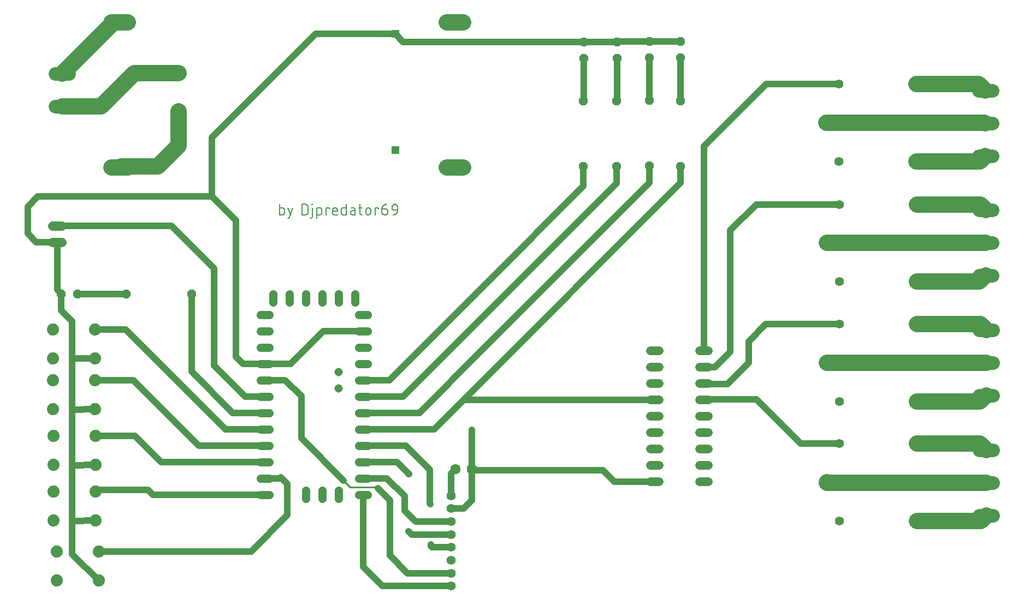
<source format=gbr>
G04 EAGLE Gerber RS-274X export*
G75*
%MOMM*%
%FSLAX34Y34*%
%LPD*%
%INBottom Copper*%
%IPPOS*%
%AMOC8*
5,1,8,0,0,1.08239X$1,22.5*%
G01*
%ADD10C,0.152400*%
%ADD11P,1.732040X8X22.500000*%
%ADD12C,1.600200*%
%ADD13C,2.540000*%
%ADD14P,1.429621X8X292.500000*%
%ADD15P,1.429621X8X112.500000*%
%ADD16C,1.879600*%
%ADD17C,1.422400*%
%ADD18C,1.308000*%
%ADD19C,1.308000*%
%ADD20R,1.308000X1.308000*%
%ADD21C,1.320800*%
%ADD22P,1.429621X8X202.500000*%
%ADD23P,1.429621X8X22.500000*%
%ADD24C,2.095500*%
%ADD25C,1.422400*%
%ADD26C,1.408000*%
%ADD27C,1.016000*%
%ADD28C,0.756400*%
%ADD29C,0.254000*%


D10*
X432562Y664718D02*
X432562Y648462D01*
X437078Y648462D01*
X437182Y648464D01*
X437285Y648470D01*
X437389Y648480D01*
X437492Y648494D01*
X437594Y648512D01*
X437695Y648533D01*
X437796Y648559D01*
X437895Y648588D01*
X437994Y648621D01*
X438091Y648658D01*
X438186Y648699D01*
X438280Y648743D01*
X438372Y648791D01*
X438462Y648842D01*
X438551Y648897D01*
X438637Y648955D01*
X438720Y649017D01*
X438802Y649081D01*
X438880Y649149D01*
X438956Y649219D01*
X439030Y649292D01*
X439100Y649369D01*
X439168Y649447D01*
X439232Y649529D01*
X439294Y649612D01*
X439352Y649698D01*
X439407Y649787D01*
X439458Y649877D01*
X439506Y649969D01*
X439550Y650063D01*
X439591Y650158D01*
X439628Y650255D01*
X439661Y650354D01*
X439690Y650453D01*
X439716Y650554D01*
X439737Y650655D01*
X439755Y650757D01*
X439769Y650860D01*
X439779Y650964D01*
X439785Y651067D01*
X439787Y651171D01*
X439787Y656590D01*
X439785Y656691D01*
X439779Y656792D01*
X439770Y656893D01*
X439757Y656994D01*
X439740Y657094D01*
X439719Y657193D01*
X439695Y657291D01*
X439667Y657388D01*
X439635Y657485D01*
X439600Y657580D01*
X439561Y657673D01*
X439519Y657765D01*
X439473Y657856D01*
X439424Y657945D01*
X439372Y658031D01*
X439316Y658116D01*
X439258Y658199D01*
X439196Y658279D01*
X439131Y658357D01*
X439064Y658433D01*
X438994Y658506D01*
X438921Y658576D01*
X438845Y658643D01*
X438767Y658708D01*
X438687Y658770D01*
X438604Y658828D01*
X438519Y658884D01*
X438433Y658936D01*
X438344Y658985D01*
X438253Y659031D01*
X438161Y659073D01*
X438068Y659112D01*
X437973Y659147D01*
X437876Y659179D01*
X437779Y659207D01*
X437681Y659231D01*
X437582Y659252D01*
X437482Y659269D01*
X437381Y659282D01*
X437280Y659291D01*
X437179Y659297D01*
X437078Y659299D01*
X432562Y659299D01*
X445515Y643043D02*
X447321Y643043D01*
X452740Y659299D01*
X445515Y659299D02*
X449127Y648462D01*
X467537Y648462D02*
X467537Y664718D01*
X472053Y664718D01*
X472184Y664716D01*
X472316Y664710D01*
X472447Y664701D01*
X472577Y664687D01*
X472708Y664670D01*
X472837Y664649D01*
X472966Y664625D01*
X473094Y664596D01*
X473222Y664564D01*
X473348Y664528D01*
X473473Y664489D01*
X473598Y664446D01*
X473720Y664399D01*
X473842Y664349D01*
X473962Y664295D01*
X474080Y664238D01*
X474196Y664177D01*
X474311Y664113D01*
X474424Y664046D01*
X474535Y663975D01*
X474643Y663901D01*
X474750Y663824D01*
X474854Y663744D01*
X474956Y663661D01*
X475055Y663576D01*
X475152Y663487D01*
X475246Y663395D01*
X475338Y663301D01*
X475427Y663204D01*
X475512Y663105D01*
X475595Y663003D01*
X475675Y662899D01*
X475752Y662792D01*
X475826Y662684D01*
X475897Y662573D01*
X475964Y662460D01*
X476028Y662345D01*
X476089Y662229D01*
X476146Y662111D01*
X476200Y661991D01*
X476250Y661869D01*
X476297Y661747D01*
X476340Y661622D01*
X476379Y661497D01*
X476415Y661371D01*
X476447Y661243D01*
X476476Y661115D01*
X476500Y660986D01*
X476521Y660857D01*
X476538Y660726D01*
X476552Y660596D01*
X476561Y660465D01*
X476567Y660333D01*
X476569Y660202D01*
X476568Y660202D02*
X476568Y652978D01*
X476569Y652978D02*
X476567Y652847D01*
X476561Y652715D01*
X476552Y652584D01*
X476538Y652454D01*
X476521Y652323D01*
X476500Y652194D01*
X476476Y652065D01*
X476447Y651937D01*
X476415Y651809D01*
X476379Y651683D01*
X476340Y651558D01*
X476297Y651433D01*
X476250Y651311D01*
X476200Y651189D01*
X476146Y651069D01*
X476089Y650951D01*
X476028Y650835D01*
X475964Y650720D01*
X475897Y650607D01*
X475826Y650496D01*
X475752Y650388D01*
X475675Y650281D01*
X475595Y650177D01*
X475512Y650075D01*
X475427Y649976D01*
X475338Y649879D01*
X475246Y649785D01*
X475152Y649693D01*
X475055Y649604D01*
X474956Y649519D01*
X474854Y649436D01*
X474750Y649356D01*
X474643Y649279D01*
X474535Y649205D01*
X474424Y649134D01*
X474311Y649067D01*
X474196Y649003D01*
X474080Y648942D01*
X473962Y648885D01*
X473842Y648831D01*
X473720Y648781D01*
X473598Y648734D01*
X473473Y648691D01*
X473348Y648652D01*
X473222Y648616D01*
X473094Y648584D01*
X472966Y648555D01*
X472837Y648531D01*
X472707Y648510D01*
X472577Y648493D01*
X472447Y648479D01*
X472316Y648470D01*
X472184Y648464D01*
X472053Y648462D01*
X467537Y648462D01*
X483273Y645753D02*
X483273Y659299D01*
X483272Y645753D02*
X483270Y645649D01*
X483264Y645546D01*
X483254Y645442D01*
X483240Y645339D01*
X483222Y645237D01*
X483201Y645136D01*
X483175Y645035D01*
X483146Y644936D01*
X483113Y644837D01*
X483076Y644740D01*
X483035Y644645D01*
X482991Y644551D01*
X482943Y644459D01*
X482892Y644369D01*
X482837Y644280D01*
X482779Y644194D01*
X482717Y644111D01*
X482653Y644029D01*
X482585Y643951D01*
X482515Y643875D01*
X482442Y643801D01*
X482365Y643731D01*
X482287Y643663D01*
X482205Y643599D01*
X482122Y643537D01*
X482036Y643479D01*
X481947Y643424D01*
X481857Y643373D01*
X481765Y643325D01*
X481671Y643281D01*
X481576Y643240D01*
X481479Y643203D01*
X481380Y643170D01*
X481281Y643141D01*
X481180Y643115D01*
X481079Y643094D01*
X480977Y643076D01*
X480874Y643062D01*
X480770Y643052D01*
X480667Y643046D01*
X480563Y643044D01*
X480563Y643043D02*
X479660Y643043D01*
X482821Y663815D02*
X482821Y664718D01*
X483724Y664718D01*
X483724Y663815D01*
X482821Y663815D01*
X490398Y659299D02*
X490398Y643043D01*
X490398Y659299D02*
X494913Y659299D01*
X495017Y659297D01*
X495120Y659291D01*
X495224Y659281D01*
X495327Y659267D01*
X495429Y659249D01*
X495530Y659228D01*
X495631Y659202D01*
X495730Y659173D01*
X495829Y659140D01*
X495926Y659103D01*
X496021Y659062D01*
X496115Y659018D01*
X496207Y658970D01*
X496297Y658919D01*
X496386Y658864D01*
X496472Y658806D01*
X496555Y658744D01*
X496637Y658680D01*
X496715Y658612D01*
X496791Y658542D01*
X496865Y658469D01*
X496935Y658392D01*
X497003Y658314D01*
X497067Y658232D01*
X497129Y658149D01*
X497187Y658063D01*
X497242Y657974D01*
X497293Y657884D01*
X497341Y657792D01*
X497385Y657698D01*
X497426Y657603D01*
X497463Y657506D01*
X497496Y657407D01*
X497525Y657308D01*
X497551Y657207D01*
X497572Y657106D01*
X497590Y657004D01*
X497604Y656901D01*
X497614Y656797D01*
X497620Y656694D01*
X497622Y656590D01*
X497622Y651171D01*
X497620Y651070D01*
X497614Y650969D01*
X497605Y650868D01*
X497592Y650767D01*
X497575Y650667D01*
X497554Y650568D01*
X497530Y650470D01*
X497502Y650373D01*
X497470Y650276D01*
X497435Y650181D01*
X497396Y650088D01*
X497354Y649996D01*
X497308Y649905D01*
X497259Y649817D01*
X497207Y649730D01*
X497151Y649645D01*
X497093Y649562D01*
X497031Y649482D01*
X496966Y649404D01*
X496899Y649328D01*
X496829Y649255D01*
X496756Y649185D01*
X496680Y649118D01*
X496602Y649053D01*
X496522Y648991D01*
X496439Y648933D01*
X496354Y648877D01*
X496268Y648825D01*
X496179Y648776D01*
X496088Y648730D01*
X495996Y648688D01*
X495903Y648649D01*
X495808Y648614D01*
X495711Y648582D01*
X495614Y648554D01*
X495516Y648530D01*
X495417Y648509D01*
X495317Y648492D01*
X495216Y648479D01*
X495115Y648470D01*
X495014Y648464D01*
X494913Y648462D01*
X490398Y648462D01*
X504477Y648462D02*
X504477Y659299D01*
X509896Y659299D01*
X509896Y657493D01*
X517522Y648462D02*
X522038Y648462D01*
X517522Y648462D02*
X517421Y648464D01*
X517320Y648470D01*
X517219Y648479D01*
X517118Y648492D01*
X517018Y648509D01*
X516919Y648530D01*
X516821Y648554D01*
X516724Y648582D01*
X516627Y648614D01*
X516532Y648649D01*
X516439Y648688D01*
X516347Y648730D01*
X516256Y648776D01*
X516168Y648825D01*
X516081Y648877D01*
X515996Y648933D01*
X515913Y648991D01*
X515833Y649053D01*
X515755Y649118D01*
X515679Y649185D01*
X515606Y649255D01*
X515536Y649328D01*
X515469Y649404D01*
X515404Y649482D01*
X515342Y649562D01*
X515284Y649645D01*
X515228Y649730D01*
X515176Y649817D01*
X515127Y649905D01*
X515081Y649996D01*
X515039Y650088D01*
X515000Y650181D01*
X514965Y650276D01*
X514933Y650373D01*
X514905Y650470D01*
X514881Y650568D01*
X514860Y650667D01*
X514843Y650767D01*
X514830Y650868D01*
X514821Y650969D01*
X514815Y651070D01*
X514813Y651171D01*
X514813Y655687D01*
X514814Y655687D02*
X514816Y655806D01*
X514822Y655926D01*
X514832Y656045D01*
X514846Y656163D01*
X514863Y656282D01*
X514885Y656399D01*
X514910Y656516D01*
X514940Y656631D01*
X514973Y656746D01*
X515010Y656860D01*
X515050Y656972D01*
X515095Y657083D01*
X515143Y657192D01*
X515194Y657300D01*
X515249Y657406D01*
X515308Y657510D01*
X515370Y657612D01*
X515435Y657712D01*
X515504Y657810D01*
X515576Y657906D01*
X515651Y657999D01*
X515728Y658089D01*
X515809Y658177D01*
X515893Y658262D01*
X515980Y658344D01*
X516069Y658424D01*
X516161Y658500D01*
X516255Y658574D01*
X516352Y658644D01*
X516450Y658711D01*
X516551Y658775D01*
X516655Y658835D01*
X516760Y658892D01*
X516867Y658945D01*
X516975Y658995D01*
X517085Y659041D01*
X517197Y659083D01*
X517310Y659122D01*
X517424Y659157D01*
X517539Y659188D01*
X517656Y659216D01*
X517773Y659239D01*
X517890Y659259D01*
X518009Y659275D01*
X518128Y659287D01*
X518247Y659295D01*
X518366Y659299D01*
X518486Y659299D01*
X518605Y659295D01*
X518724Y659287D01*
X518843Y659275D01*
X518962Y659259D01*
X519079Y659239D01*
X519196Y659216D01*
X519313Y659188D01*
X519428Y659157D01*
X519542Y659122D01*
X519655Y659083D01*
X519767Y659041D01*
X519877Y658995D01*
X519985Y658945D01*
X520092Y658892D01*
X520197Y658835D01*
X520301Y658775D01*
X520402Y658711D01*
X520500Y658644D01*
X520597Y658574D01*
X520691Y658500D01*
X520783Y658424D01*
X520872Y658344D01*
X520959Y658262D01*
X521043Y658177D01*
X521124Y658089D01*
X521201Y657999D01*
X521276Y657906D01*
X521348Y657810D01*
X521417Y657712D01*
X521482Y657612D01*
X521544Y657510D01*
X521603Y657406D01*
X521658Y657300D01*
X521709Y657192D01*
X521757Y657083D01*
X521802Y656972D01*
X521842Y656860D01*
X521879Y656746D01*
X521912Y656631D01*
X521942Y656516D01*
X521967Y656399D01*
X521989Y656282D01*
X522006Y656163D01*
X522020Y656045D01*
X522030Y655926D01*
X522036Y655806D01*
X522038Y655687D01*
X522038Y653881D01*
X514813Y653881D01*
X535512Y648462D02*
X535512Y664718D01*
X535512Y648462D02*
X530996Y648462D01*
X530895Y648464D01*
X530794Y648470D01*
X530693Y648479D01*
X530592Y648492D01*
X530492Y648509D01*
X530393Y648530D01*
X530295Y648554D01*
X530198Y648582D01*
X530101Y648614D01*
X530006Y648649D01*
X529913Y648688D01*
X529821Y648730D01*
X529730Y648776D01*
X529642Y648825D01*
X529555Y648877D01*
X529470Y648933D01*
X529387Y648991D01*
X529307Y649053D01*
X529229Y649118D01*
X529153Y649185D01*
X529080Y649255D01*
X529010Y649328D01*
X528943Y649404D01*
X528878Y649482D01*
X528816Y649562D01*
X528758Y649645D01*
X528702Y649730D01*
X528650Y649817D01*
X528601Y649905D01*
X528555Y649996D01*
X528513Y650088D01*
X528474Y650181D01*
X528439Y650276D01*
X528407Y650373D01*
X528379Y650470D01*
X528355Y650568D01*
X528334Y650667D01*
X528317Y650767D01*
X528304Y650868D01*
X528295Y650969D01*
X528289Y651070D01*
X528287Y651171D01*
X528287Y656590D01*
X528289Y656691D01*
X528295Y656792D01*
X528304Y656893D01*
X528317Y656994D01*
X528334Y657094D01*
X528355Y657193D01*
X528379Y657291D01*
X528407Y657388D01*
X528439Y657485D01*
X528474Y657580D01*
X528513Y657673D01*
X528555Y657765D01*
X528601Y657856D01*
X528650Y657945D01*
X528702Y658031D01*
X528758Y658116D01*
X528816Y658199D01*
X528878Y658279D01*
X528943Y658357D01*
X529010Y658433D01*
X529080Y658506D01*
X529153Y658576D01*
X529229Y658643D01*
X529307Y658708D01*
X529387Y658770D01*
X529470Y658828D01*
X529555Y658884D01*
X529642Y658936D01*
X529730Y658985D01*
X529821Y659031D01*
X529913Y659073D01*
X530006Y659112D01*
X530101Y659147D01*
X530198Y659179D01*
X530295Y659207D01*
X530393Y659231D01*
X530492Y659252D01*
X530592Y659269D01*
X530693Y659282D01*
X530794Y659291D01*
X530895Y659297D01*
X530996Y659299D01*
X535512Y659299D01*
X545516Y654784D02*
X549580Y654784D01*
X545516Y654784D02*
X545404Y654782D01*
X545293Y654776D01*
X545182Y654766D01*
X545071Y654753D01*
X544961Y654735D01*
X544852Y654713D01*
X544743Y654688D01*
X544635Y654659D01*
X544529Y654626D01*
X544423Y654589D01*
X544319Y654549D01*
X544217Y654505D01*
X544116Y654457D01*
X544017Y654406D01*
X543919Y654351D01*
X543824Y654293D01*
X543731Y654232D01*
X543640Y654167D01*
X543551Y654099D01*
X543465Y654028D01*
X543382Y653955D01*
X543301Y653878D01*
X543222Y653798D01*
X543147Y653716D01*
X543075Y653631D01*
X543005Y653544D01*
X542939Y653454D01*
X542876Y653362D01*
X542816Y653267D01*
X542760Y653171D01*
X542707Y653073D01*
X542658Y652973D01*
X542612Y652871D01*
X542570Y652768D01*
X542531Y652663D01*
X542496Y652557D01*
X542465Y652450D01*
X542438Y652342D01*
X542414Y652233D01*
X542395Y652123D01*
X542379Y652013D01*
X542367Y651902D01*
X542359Y651790D01*
X542355Y651679D01*
X542355Y651567D01*
X542359Y651456D01*
X542367Y651344D01*
X542379Y651233D01*
X542395Y651123D01*
X542414Y651013D01*
X542438Y650904D01*
X542465Y650796D01*
X542496Y650689D01*
X542531Y650583D01*
X542570Y650478D01*
X542612Y650375D01*
X542658Y650273D01*
X542707Y650173D01*
X542760Y650075D01*
X542816Y649979D01*
X542876Y649884D01*
X542939Y649792D01*
X543005Y649702D01*
X543075Y649615D01*
X543147Y649530D01*
X543222Y649448D01*
X543301Y649368D01*
X543382Y649291D01*
X543465Y649218D01*
X543551Y649147D01*
X543640Y649079D01*
X543731Y649014D01*
X543824Y648953D01*
X543919Y648895D01*
X544017Y648840D01*
X544116Y648789D01*
X544217Y648741D01*
X544319Y648697D01*
X544423Y648657D01*
X544529Y648620D01*
X544635Y648587D01*
X544743Y648558D01*
X544852Y648533D01*
X544961Y648511D01*
X545071Y648493D01*
X545182Y648480D01*
X545293Y648470D01*
X545404Y648464D01*
X545516Y648462D01*
X549580Y648462D01*
X549580Y656590D01*
X549578Y656691D01*
X549572Y656792D01*
X549563Y656893D01*
X549550Y656994D01*
X549533Y657094D01*
X549512Y657193D01*
X549488Y657291D01*
X549460Y657388D01*
X549428Y657485D01*
X549393Y657580D01*
X549354Y657673D01*
X549312Y657765D01*
X549266Y657856D01*
X549217Y657945D01*
X549165Y658031D01*
X549109Y658116D01*
X549051Y658199D01*
X548989Y658279D01*
X548924Y658357D01*
X548857Y658433D01*
X548787Y658506D01*
X548714Y658576D01*
X548638Y658643D01*
X548560Y658708D01*
X548480Y658770D01*
X548397Y658828D01*
X548312Y658884D01*
X548226Y658936D01*
X548137Y658985D01*
X548046Y659031D01*
X547954Y659073D01*
X547861Y659112D01*
X547766Y659147D01*
X547669Y659179D01*
X547572Y659207D01*
X547474Y659231D01*
X547375Y659252D01*
X547275Y659269D01*
X547174Y659282D01*
X547073Y659291D01*
X546972Y659297D01*
X546871Y659299D01*
X543258Y659299D01*
X555199Y659299D02*
X560618Y659299D01*
X557005Y664718D02*
X557005Y651171D01*
X557006Y651171D02*
X557008Y651070D01*
X557014Y650969D01*
X557023Y650868D01*
X557036Y650767D01*
X557053Y650667D01*
X557074Y650568D01*
X557098Y650470D01*
X557126Y650373D01*
X557158Y650276D01*
X557193Y650181D01*
X557232Y650088D01*
X557274Y649996D01*
X557320Y649905D01*
X557369Y649817D01*
X557421Y649730D01*
X557477Y649645D01*
X557535Y649562D01*
X557597Y649482D01*
X557662Y649404D01*
X557729Y649328D01*
X557799Y649255D01*
X557872Y649185D01*
X557948Y649118D01*
X558026Y649053D01*
X558106Y648991D01*
X558189Y648933D01*
X558274Y648877D01*
X558361Y648825D01*
X558449Y648776D01*
X558540Y648730D01*
X558632Y648688D01*
X558725Y648649D01*
X558820Y648614D01*
X558917Y648582D01*
X559014Y648554D01*
X559112Y648530D01*
X559211Y648509D01*
X559311Y648492D01*
X559412Y648479D01*
X559513Y648470D01*
X559614Y648464D01*
X559715Y648462D01*
X560618Y648462D01*
X566396Y652074D02*
X566396Y655687D01*
X566397Y655687D02*
X566399Y655806D01*
X566405Y655926D01*
X566415Y656045D01*
X566429Y656163D01*
X566446Y656282D01*
X566468Y656399D01*
X566493Y656516D01*
X566523Y656631D01*
X566556Y656746D01*
X566593Y656860D01*
X566633Y656972D01*
X566678Y657083D01*
X566726Y657192D01*
X566777Y657300D01*
X566832Y657406D01*
X566891Y657510D01*
X566953Y657612D01*
X567018Y657712D01*
X567087Y657810D01*
X567159Y657906D01*
X567234Y657999D01*
X567311Y658089D01*
X567392Y658177D01*
X567476Y658262D01*
X567563Y658344D01*
X567652Y658424D01*
X567744Y658500D01*
X567838Y658574D01*
X567935Y658644D01*
X568033Y658711D01*
X568134Y658775D01*
X568238Y658835D01*
X568343Y658892D01*
X568450Y658945D01*
X568558Y658995D01*
X568668Y659041D01*
X568780Y659083D01*
X568893Y659122D01*
X569007Y659157D01*
X569122Y659188D01*
X569239Y659216D01*
X569356Y659239D01*
X569473Y659259D01*
X569592Y659275D01*
X569711Y659287D01*
X569830Y659295D01*
X569949Y659299D01*
X570069Y659299D01*
X570188Y659295D01*
X570307Y659287D01*
X570426Y659275D01*
X570545Y659259D01*
X570662Y659239D01*
X570779Y659216D01*
X570896Y659188D01*
X571011Y659157D01*
X571125Y659122D01*
X571238Y659083D01*
X571350Y659041D01*
X571460Y658995D01*
X571568Y658945D01*
X571675Y658892D01*
X571780Y658835D01*
X571884Y658775D01*
X571985Y658711D01*
X572083Y658644D01*
X572180Y658574D01*
X572274Y658500D01*
X572366Y658424D01*
X572455Y658344D01*
X572542Y658262D01*
X572626Y658177D01*
X572707Y658089D01*
X572784Y657999D01*
X572859Y657906D01*
X572931Y657810D01*
X573000Y657712D01*
X573065Y657612D01*
X573127Y657510D01*
X573186Y657406D01*
X573241Y657300D01*
X573292Y657192D01*
X573340Y657083D01*
X573385Y656972D01*
X573425Y656860D01*
X573462Y656746D01*
X573495Y656631D01*
X573525Y656516D01*
X573550Y656399D01*
X573572Y656282D01*
X573589Y656163D01*
X573603Y656045D01*
X573613Y655926D01*
X573619Y655806D01*
X573621Y655687D01*
X573621Y652074D01*
X573619Y651955D01*
X573613Y651835D01*
X573603Y651716D01*
X573589Y651598D01*
X573572Y651479D01*
X573550Y651362D01*
X573525Y651245D01*
X573495Y651130D01*
X573462Y651015D01*
X573425Y650901D01*
X573385Y650789D01*
X573340Y650678D01*
X573292Y650569D01*
X573241Y650461D01*
X573186Y650355D01*
X573127Y650251D01*
X573065Y650149D01*
X573000Y650049D01*
X572931Y649951D01*
X572859Y649855D01*
X572784Y649762D01*
X572707Y649672D01*
X572626Y649584D01*
X572542Y649499D01*
X572455Y649417D01*
X572366Y649337D01*
X572274Y649261D01*
X572180Y649187D01*
X572083Y649117D01*
X571985Y649050D01*
X571884Y648986D01*
X571780Y648926D01*
X571675Y648869D01*
X571568Y648816D01*
X571460Y648766D01*
X571350Y648720D01*
X571238Y648678D01*
X571125Y648639D01*
X571011Y648604D01*
X570896Y648573D01*
X570779Y648545D01*
X570662Y648522D01*
X570545Y648502D01*
X570426Y648486D01*
X570307Y648474D01*
X570188Y648466D01*
X570069Y648462D01*
X569949Y648462D01*
X569830Y648466D01*
X569711Y648474D01*
X569592Y648486D01*
X569473Y648502D01*
X569356Y648522D01*
X569239Y648545D01*
X569122Y648573D01*
X569007Y648604D01*
X568893Y648639D01*
X568780Y648678D01*
X568668Y648720D01*
X568558Y648766D01*
X568450Y648816D01*
X568343Y648869D01*
X568238Y648926D01*
X568134Y648986D01*
X568033Y649050D01*
X567935Y649117D01*
X567838Y649187D01*
X567744Y649261D01*
X567652Y649337D01*
X567563Y649417D01*
X567476Y649499D01*
X567392Y649584D01*
X567311Y649672D01*
X567234Y649762D01*
X567159Y649855D01*
X567087Y649951D01*
X567018Y650049D01*
X566953Y650149D01*
X566891Y650251D01*
X566832Y650355D01*
X566777Y650461D01*
X566726Y650569D01*
X566678Y650678D01*
X566633Y650789D01*
X566593Y650901D01*
X566556Y651015D01*
X566523Y651130D01*
X566493Y651245D01*
X566468Y651362D01*
X566446Y651479D01*
X566429Y651598D01*
X566415Y651716D01*
X566405Y651835D01*
X566399Y651955D01*
X566397Y652074D01*
X580549Y648462D02*
X580549Y659299D01*
X585968Y659299D01*
X585968Y657493D01*
X591024Y657493D02*
X596443Y657493D01*
X596561Y657491D01*
X596679Y657485D01*
X596797Y657476D01*
X596914Y657462D01*
X597031Y657445D01*
X597148Y657424D01*
X597263Y657399D01*
X597378Y657370D01*
X597492Y657337D01*
X597604Y657301D01*
X597715Y657261D01*
X597825Y657218D01*
X597934Y657171D01*
X598041Y657121D01*
X598146Y657066D01*
X598249Y657009D01*
X598350Y656948D01*
X598450Y656884D01*
X598547Y656817D01*
X598642Y656747D01*
X598734Y656673D01*
X598825Y656597D01*
X598912Y656517D01*
X598997Y656435D01*
X599079Y656350D01*
X599159Y656263D01*
X599235Y656172D01*
X599309Y656080D01*
X599379Y655985D01*
X599446Y655888D01*
X599510Y655788D01*
X599571Y655687D01*
X599628Y655584D01*
X599683Y655479D01*
X599733Y655372D01*
X599780Y655263D01*
X599823Y655153D01*
X599863Y655042D01*
X599899Y654930D01*
X599932Y654816D01*
X599961Y654701D01*
X599986Y654586D01*
X600007Y654469D01*
X600024Y654352D01*
X600038Y654235D01*
X600047Y654117D01*
X600053Y653999D01*
X600055Y653881D01*
X600055Y652978D01*
X600056Y652978D02*
X600054Y652845D01*
X600048Y652713D01*
X600038Y652581D01*
X600025Y652449D01*
X600007Y652317D01*
X599986Y652187D01*
X599961Y652056D01*
X599932Y651927D01*
X599899Y651799D01*
X599863Y651671D01*
X599823Y651545D01*
X599779Y651420D01*
X599731Y651296D01*
X599680Y651174D01*
X599625Y651053D01*
X599567Y650934D01*
X599505Y650816D01*
X599440Y650701D01*
X599371Y650587D01*
X599300Y650476D01*
X599224Y650367D01*
X599146Y650260D01*
X599065Y650155D01*
X598980Y650053D01*
X598893Y649953D01*
X598803Y649856D01*
X598710Y649761D01*
X598614Y649670D01*
X598516Y649581D01*
X598415Y649495D01*
X598311Y649412D01*
X598205Y649332D01*
X598097Y649256D01*
X597987Y649182D01*
X597874Y649112D01*
X597760Y649045D01*
X597643Y648982D01*
X597525Y648922D01*
X597405Y648865D01*
X597283Y648812D01*
X597160Y648763D01*
X597036Y648717D01*
X596910Y648675D01*
X596783Y648637D01*
X596655Y648602D01*
X596526Y648571D01*
X596397Y648544D01*
X596266Y648521D01*
X596135Y648501D01*
X596003Y648486D01*
X595871Y648474D01*
X595739Y648466D01*
X595606Y648462D01*
X595474Y648462D01*
X595341Y648466D01*
X595209Y648474D01*
X595077Y648486D01*
X594945Y648501D01*
X594814Y648521D01*
X594683Y648544D01*
X594554Y648571D01*
X594425Y648602D01*
X594297Y648637D01*
X594170Y648675D01*
X594044Y648717D01*
X593920Y648763D01*
X593797Y648812D01*
X593675Y648865D01*
X593555Y648922D01*
X593437Y648982D01*
X593320Y649045D01*
X593206Y649112D01*
X593093Y649182D01*
X592983Y649256D01*
X592875Y649332D01*
X592769Y649412D01*
X592665Y649495D01*
X592564Y649581D01*
X592466Y649670D01*
X592370Y649761D01*
X592277Y649856D01*
X592187Y649953D01*
X592100Y650053D01*
X592015Y650155D01*
X591934Y650260D01*
X591856Y650367D01*
X591780Y650476D01*
X591709Y650587D01*
X591640Y650701D01*
X591575Y650816D01*
X591513Y650934D01*
X591455Y651053D01*
X591400Y651174D01*
X591349Y651296D01*
X591301Y651420D01*
X591257Y651545D01*
X591217Y651671D01*
X591181Y651799D01*
X591148Y651927D01*
X591119Y652056D01*
X591094Y652187D01*
X591073Y652317D01*
X591055Y652449D01*
X591042Y652581D01*
X591032Y652713D01*
X591026Y652845D01*
X591024Y652978D01*
X591024Y657493D01*
X591026Y657670D01*
X591033Y657848D01*
X591044Y658025D01*
X591059Y658201D01*
X591078Y658377D01*
X591102Y658553D01*
X591130Y658728D01*
X591163Y658903D01*
X591200Y659076D01*
X591241Y659249D01*
X591286Y659420D01*
X591335Y659590D01*
X591389Y659759D01*
X591446Y659927D01*
X591508Y660093D01*
X591574Y660258D01*
X591644Y660421D01*
X591718Y660582D01*
X591795Y660741D01*
X591877Y660899D01*
X591963Y661054D01*
X592052Y661207D01*
X592145Y661358D01*
X592242Y661507D01*
X592342Y661653D01*
X592446Y661797D01*
X592553Y661938D01*
X592664Y662076D01*
X592778Y662212D01*
X592896Y662345D01*
X593016Y662475D01*
X593140Y662602D01*
X593267Y662726D01*
X593397Y662846D01*
X593530Y662964D01*
X593665Y663078D01*
X593804Y663189D01*
X593945Y663296D01*
X594089Y663400D01*
X594235Y663500D01*
X594384Y663597D01*
X594535Y663690D01*
X594688Y663779D01*
X594843Y663865D01*
X595001Y663947D01*
X595160Y664024D01*
X595321Y664098D01*
X595484Y664168D01*
X595649Y664234D01*
X595815Y664296D01*
X595983Y664353D01*
X596152Y664407D01*
X596322Y664456D01*
X596493Y664501D01*
X596666Y664542D01*
X596839Y664579D01*
X597014Y664612D01*
X597189Y664640D01*
X597365Y664664D01*
X597541Y664683D01*
X597717Y664698D01*
X597894Y664709D01*
X598072Y664716D01*
X598249Y664718D01*
X610268Y655687D02*
X615686Y655687D01*
X610268Y655687D02*
X610150Y655689D01*
X610032Y655695D01*
X609914Y655704D01*
X609797Y655718D01*
X609680Y655735D01*
X609563Y655756D01*
X609448Y655781D01*
X609333Y655810D01*
X609219Y655843D01*
X609107Y655879D01*
X608996Y655919D01*
X608886Y655962D01*
X608777Y656009D01*
X608670Y656059D01*
X608565Y656114D01*
X608462Y656171D01*
X608361Y656232D01*
X608261Y656296D01*
X608164Y656363D01*
X608069Y656433D01*
X607977Y656507D01*
X607886Y656583D01*
X607799Y656663D01*
X607714Y656745D01*
X607632Y656830D01*
X607552Y656917D01*
X607476Y657008D01*
X607402Y657100D01*
X607332Y657195D01*
X607265Y657292D01*
X607201Y657392D01*
X607140Y657493D01*
X607083Y657596D01*
X607028Y657701D01*
X606978Y657808D01*
X606931Y657917D01*
X606888Y658027D01*
X606848Y658138D01*
X606812Y658250D01*
X606779Y658364D01*
X606750Y658479D01*
X606725Y658594D01*
X606704Y658711D01*
X606687Y658828D01*
X606673Y658945D01*
X606664Y659063D01*
X606658Y659181D01*
X606656Y659299D01*
X606655Y659299D02*
X606655Y660202D01*
X606657Y660335D01*
X606663Y660467D01*
X606673Y660599D01*
X606686Y660731D01*
X606704Y660863D01*
X606725Y660993D01*
X606750Y661124D01*
X606779Y661253D01*
X606812Y661381D01*
X606848Y661509D01*
X606888Y661635D01*
X606932Y661760D01*
X606980Y661884D01*
X607031Y662006D01*
X607086Y662127D01*
X607144Y662246D01*
X607206Y662364D01*
X607271Y662479D01*
X607340Y662593D01*
X607411Y662704D01*
X607487Y662813D01*
X607565Y662920D01*
X607646Y663025D01*
X607731Y663127D01*
X607818Y663227D01*
X607908Y663324D01*
X608001Y663419D01*
X608097Y663510D01*
X608195Y663599D01*
X608296Y663685D01*
X608400Y663768D01*
X608506Y663848D01*
X608614Y663924D01*
X608724Y663998D01*
X608837Y664068D01*
X608951Y664135D01*
X609068Y664198D01*
X609186Y664258D01*
X609306Y664315D01*
X609428Y664368D01*
X609551Y664417D01*
X609675Y664463D01*
X609801Y664505D01*
X609928Y664543D01*
X610056Y664578D01*
X610185Y664609D01*
X610314Y664636D01*
X610445Y664659D01*
X610576Y664679D01*
X610708Y664694D01*
X610840Y664706D01*
X610972Y664714D01*
X611105Y664718D01*
X611237Y664718D01*
X611370Y664714D01*
X611502Y664706D01*
X611634Y664694D01*
X611766Y664679D01*
X611897Y664659D01*
X612028Y664636D01*
X612157Y664609D01*
X612286Y664578D01*
X612414Y664543D01*
X612541Y664505D01*
X612667Y664463D01*
X612791Y664417D01*
X612914Y664368D01*
X613036Y664315D01*
X613156Y664258D01*
X613274Y664198D01*
X613391Y664135D01*
X613505Y664068D01*
X613618Y663998D01*
X613728Y663924D01*
X613836Y663848D01*
X613942Y663768D01*
X614046Y663685D01*
X614147Y663599D01*
X614245Y663510D01*
X614341Y663419D01*
X614434Y663324D01*
X614524Y663227D01*
X614611Y663127D01*
X614696Y663025D01*
X614777Y662920D01*
X614855Y662813D01*
X614931Y662704D01*
X615002Y662593D01*
X615071Y662479D01*
X615136Y662364D01*
X615198Y662246D01*
X615256Y662127D01*
X615311Y662006D01*
X615362Y661884D01*
X615410Y661760D01*
X615454Y661635D01*
X615494Y661509D01*
X615530Y661381D01*
X615563Y661253D01*
X615592Y661124D01*
X615617Y660993D01*
X615638Y660863D01*
X615656Y660731D01*
X615669Y660599D01*
X615679Y660467D01*
X615685Y660335D01*
X615687Y660202D01*
X615686Y660202D02*
X615686Y655687D01*
X615684Y655512D01*
X615678Y655338D01*
X615667Y655164D01*
X615652Y654990D01*
X615633Y654816D01*
X615610Y654643D01*
X615583Y654471D01*
X615551Y654299D01*
X615516Y654128D01*
X615476Y653958D01*
X615432Y653789D01*
X615384Y653621D01*
X615332Y653454D01*
X615276Y653289D01*
X615216Y653125D01*
X615153Y652962D01*
X615085Y652802D01*
X615013Y652642D01*
X614938Y652485D01*
X614858Y652329D01*
X614775Y652176D01*
X614689Y652024D01*
X614598Y651875D01*
X614504Y651728D01*
X614407Y651583D01*
X614306Y651440D01*
X614202Y651300D01*
X614094Y651163D01*
X613983Y651028D01*
X613869Y650896D01*
X613752Y650767D01*
X613631Y650640D01*
X613508Y650517D01*
X613381Y650396D01*
X613252Y650279D01*
X613120Y650165D01*
X612985Y650054D01*
X612848Y649946D01*
X612708Y649842D01*
X612565Y649741D01*
X612420Y649644D01*
X612273Y649550D01*
X612124Y649459D01*
X611972Y649373D01*
X611819Y649290D01*
X611663Y649210D01*
X611506Y649135D01*
X611346Y649063D01*
X611186Y648995D01*
X611023Y648932D01*
X610859Y648872D01*
X610694Y648816D01*
X610527Y648764D01*
X610359Y648716D01*
X610190Y648672D01*
X610020Y648632D01*
X609849Y648597D01*
X609677Y648565D01*
X609505Y648538D01*
X609332Y648515D01*
X609158Y648496D01*
X608984Y648481D01*
X608810Y648470D01*
X608636Y648464D01*
X608461Y648462D01*
D11*
X730885Y254000D03*
D12*
X705485Y254000D03*
D13*
X197485Y946912D02*
X172085Y946912D01*
X172085Y721868D02*
X197485Y721868D01*
X691515Y946912D02*
X716915Y946912D01*
X716915Y721868D02*
X691515Y721868D01*
D14*
X904240Y916940D03*
X904240Y891540D03*
X955675Y916940D03*
X955675Y891540D03*
D15*
X903605Y723900D03*
X903605Y825500D03*
X955040Y723265D03*
X955040Y824865D03*
D16*
X146177Y425069D03*
X81153Y425069D03*
X146177Y470281D03*
X81153Y470281D03*
D17*
X698500Y212240D03*
X698500Y192240D03*
X698500Y172240D03*
X698500Y152240D03*
X698500Y132240D03*
X698500Y112240D03*
X698500Y92240D03*
X698500Y72240D03*
D18*
X422275Y512255D02*
X422275Y525335D01*
X447675Y525335D02*
X447675Y512255D01*
X473075Y512255D02*
X473075Y525335D01*
X498475Y525335D02*
X498475Y512255D01*
X523875Y512255D02*
X523875Y525335D01*
X549275Y525335D02*
X549275Y512255D01*
X416115Y493395D02*
X403035Y493395D01*
X403035Y467995D02*
X416115Y467995D01*
X416115Y442595D02*
X403035Y442595D01*
X403035Y417195D02*
X416115Y417195D01*
X416115Y391795D02*
X403035Y391795D01*
X403035Y366395D02*
X416115Y366395D01*
X416115Y340995D02*
X403035Y340995D01*
X403035Y315595D02*
X416115Y315595D01*
X416115Y290195D02*
X403035Y290195D01*
X403035Y264795D02*
X416115Y264795D01*
X416115Y239395D02*
X403035Y239395D01*
X403035Y213995D02*
X416115Y213995D01*
X555435Y493395D02*
X568515Y493395D01*
X568515Y467995D02*
X555435Y467995D01*
X555435Y442595D02*
X568515Y442595D01*
X568515Y417195D02*
X555435Y417195D01*
X555435Y391795D02*
X568515Y391795D01*
X568515Y366395D02*
X555435Y366395D01*
X555435Y340995D02*
X568515Y340995D01*
X568515Y315595D02*
X555435Y315595D01*
X555435Y290195D02*
X568515Y290195D01*
X568515Y264795D02*
X555435Y264795D01*
X555435Y239395D02*
X568515Y239395D01*
X568515Y213995D02*
X555435Y213995D01*
X523875Y220535D02*
X523875Y207455D01*
X498475Y207455D02*
X498475Y220535D01*
X473075Y220535D02*
X473075Y207455D01*
D19*
X523875Y404495D03*
X523875Y379095D03*
D20*
X276000Y808900D03*
X276000Y867900D03*
X612000Y928900D03*
X612000Y748900D03*
D21*
X1007491Y437515D02*
X1020699Y437515D01*
X1020699Y412115D02*
X1007491Y412115D01*
X1007491Y285115D02*
X1020699Y285115D01*
X1020699Y259715D02*
X1007491Y259715D01*
X1007491Y386715D02*
X1020699Y386715D01*
X1020699Y361315D02*
X1007491Y361315D01*
X1007491Y310515D02*
X1020699Y310515D01*
X1020699Y335915D02*
X1007491Y335915D01*
X1007491Y234315D02*
X1020699Y234315D01*
X1083691Y234315D02*
X1096899Y234315D01*
X1096899Y259715D02*
X1083691Y259715D01*
X1083691Y285115D02*
X1096899Y285115D01*
X1096899Y310515D02*
X1083691Y310515D01*
X1083691Y335915D02*
X1096899Y335915D01*
X1096899Y361315D02*
X1083691Y361315D01*
X1083691Y386715D02*
X1096899Y386715D01*
X1096899Y412115D02*
X1083691Y412115D01*
X1083691Y437515D02*
X1096899Y437515D01*
D16*
X146177Y346329D03*
X81153Y346329D03*
X146177Y391541D03*
X81153Y391541D03*
X146812Y259969D03*
X81788Y259969D03*
X146812Y305181D03*
X81788Y305181D03*
X146812Y173609D03*
X81788Y173609D03*
X146812Y218821D03*
X81788Y218821D03*
X151892Y80899D03*
X86868Y80899D03*
X151892Y126111D03*
X86868Y126111D03*
D15*
X1005840Y724535D03*
X1005840Y826135D03*
X1054100Y723900D03*
X1054100Y825500D03*
D14*
X1005840Y917575D03*
X1005840Y892175D03*
X1054100Y917575D03*
X1054100Y892175D03*
D22*
X295910Y525145D03*
X194310Y525145D03*
D23*
X93980Y525780D03*
X119380Y525780D03*
D24*
X105728Y867410D02*
X84773Y867410D01*
X84773Y816610D02*
X105728Y816610D01*
D25*
X94742Y605790D02*
X80518Y605790D01*
X80518Y631190D02*
X94742Y631190D01*
D26*
X1419920Y731280D03*
X1299920Y851280D03*
X1279920Y791280D03*
X1419920Y851280D03*
X1299920Y731280D03*
X1420555Y544590D03*
X1300555Y664590D03*
X1280555Y604590D03*
X1420555Y664590D03*
X1300555Y544590D03*
X1420555Y358535D03*
X1300555Y478535D03*
X1280555Y418535D03*
X1420555Y478535D03*
X1300555Y358535D03*
X1420555Y173115D03*
X1300555Y293115D03*
X1280555Y233115D03*
X1420555Y293115D03*
X1300555Y173115D03*
D24*
X1516063Y739775D02*
X1537018Y739775D01*
X1537018Y790575D02*
X1516063Y790575D01*
X1516063Y841375D02*
X1537018Y841375D01*
X1537653Y554355D02*
X1516698Y554355D01*
X1516698Y605155D02*
X1537653Y605155D01*
X1537653Y655955D02*
X1516698Y655955D01*
X1517333Y368300D02*
X1538288Y368300D01*
X1538288Y419100D02*
X1517333Y419100D01*
X1517333Y469900D02*
X1538288Y469900D01*
X1538288Y181610D02*
X1517333Y181610D01*
X1517333Y232410D02*
X1538288Y232410D01*
X1538288Y283210D02*
X1517333Y283210D01*
D27*
X602615Y391795D02*
X561975Y391795D01*
X903605Y692785D02*
X903605Y723900D01*
X750570Y539750D02*
X602615Y391795D01*
X750570Y539750D02*
X903605Y692785D01*
D28*
X750570Y539750D03*
D27*
X624205Y366395D02*
X561975Y366395D01*
X955040Y697230D02*
X955040Y723265D01*
X746760Y488950D02*
X624205Y366395D01*
X746760Y488950D02*
X955040Y697230D01*
D28*
X746760Y488950D03*
D27*
X648970Y340995D02*
X561975Y340995D01*
X1005840Y697865D02*
X1005840Y724535D01*
X746125Y438150D02*
X648970Y340995D01*
X746125Y438150D02*
X1005840Y697865D01*
D28*
X746125Y438150D03*
D27*
X671830Y315595D02*
X561975Y315595D01*
X1054100Y697865D02*
X1054100Y723900D01*
X717550Y361315D02*
X671830Y315595D01*
X717550Y361315D02*
X1054100Y697865D01*
X1014095Y361315D02*
X717550Y361315D01*
X904240Y826135D02*
X904240Y891540D01*
X904240Y826135D02*
X903605Y825500D01*
X955675Y825500D02*
X955675Y891540D01*
X955675Y825500D02*
X955040Y824865D01*
X1005840Y826135D02*
X1005840Y892175D01*
X1054100Y892175D02*
X1054100Y825500D01*
X87630Y605790D02*
X87630Y532130D01*
X93980Y525780D01*
X93980Y500380D01*
X111125Y483235D01*
X111125Y425450D01*
X111125Y346075D01*
X111125Y259715D01*
X111125Y173355D01*
X111125Y121666D01*
X151892Y80899D01*
X146812Y173609D02*
X111125Y173355D01*
X111125Y259715D02*
X146812Y259969D01*
X146177Y346329D02*
X111125Y346075D01*
X111125Y425450D02*
X146177Y425069D01*
X375920Y417195D02*
X409575Y417195D01*
X375920Y417195D02*
X365125Y427990D01*
X365125Y639445D01*
X327660Y676910D02*
X57785Y676910D01*
X41910Y661035D01*
X327660Y676910D02*
X365125Y639445D01*
X87630Y605790D02*
X55245Y605790D01*
X41910Y619125D01*
X41910Y661035D01*
X409575Y417195D02*
X449580Y417195D01*
X500380Y467995D02*
X561975Y467995D01*
X500380Y467995D02*
X449580Y417195D01*
X488210Y928900D02*
X612000Y928900D01*
X327660Y768350D02*
X327660Y676910D01*
X327660Y768350D02*
X488210Y928900D01*
X1005840Y917575D02*
X1054100Y917575D01*
X904240Y916940D02*
X623960Y916940D01*
X612000Y928900D01*
X904240Y916940D02*
X955675Y916940D01*
X956310Y917575D01*
X1005840Y917575D01*
X730885Y254000D02*
X730885Y205105D01*
X718020Y192240D02*
X698500Y192240D01*
X718020Y192240D02*
X730885Y205105D01*
X951865Y234315D02*
X1014095Y234315D01*
X951865Y234315D02*
X934085Y252095D01*
X732790Y252095D01*
X730885Y254000D01*
X730885Y314325D01*
D28*
X730885Y314325D03*
D27*
X193929Y470281D02*
X146177Y470281D01*
X348615Y315595D02*
X409575Y315595D01*
X348615Y315595D02*
X193929Y470281D01*
X307340Y290195D02*
X409575Y290195D01*
X307340Y290195D02*
X205740Y391795D01*
X146431Y391795D01*
X146177Y391541D01*
X248920Y264795D02*
X409575Y264795D01*
X248920Y264795D02*
X248603Y264478D01*
X207899Y305181D02*
X146812Y305181D01*
X207899Y305181D02*
X248603Y264478D01*
X236220Y213995D02*
X409575Y213995D01*
X236220Y213995D02*
X228600Y221615D01*
X149606Y221615D01*
X146812Y218821D01*
X151892Y126111D02*
X388366Y126111D01*
X444500Y182245D01*
X444500Y230505D01*
X434340Y240665D01*
X433070Y239395D01*
X409575Y239395D01*
X409575Y340995D02*
X360045Y340995D01*
X295910Y405130D01*
X295910Y525145D01*
X194310Y525145D02*
X194295Y525780D01*
X119380Y525780D01*
D13*
X276000Y756060D02*
X276000Y808900D01*
X276000Y756060D02*
X243840Y723900D01*
X186817Y723900D01*
X184785Y721868D01*
D27*
X698500Y247015D02*
X705485Y254000D01*
X698500Y247015D02*
X698500Y212240D01*
X698500Y92240D02*
X631025Y92240D01*
X603250Y120015D01*
X603250Y205740D01*
X584835Y224155D01*
D29*
X582930Y226060D01*
X541655Y226060D01*
X531495Y236220D01*
D27*
X466090Y301625D01*
X466090Y367030D01*
X441325Y391795D01*
X409575Y391795D01*
X561975Y213995D02*
X561975Y102235D01*
X591820Y72390D02*
X698350Y72390D01*
X698500Y72240D01*
X591820Y72390D02*
X561975Y102235D01*
X561975Y239395D02*
X598805Y239395D01*
X626110Y212090D02*
X626110Y189230D01*
X643100Y172240D01*
X698500Y172240D01*
X626110Y212090D02*
X598805Y239395D01*
X628015Y290195D02*
X561975Y290195D01*
X665480Y252730D02*
X665480Y200025D01*
X666115Y199390D01*
D28*
X666115Y199390D03*
X666750Y136525D03*
D27*
X666752Y136396D01*
X666758Y136266D01*
X666768Y136137D01*
X666781Y136009D01*
X666799Y135880D01*
X666820Y135753D01*
X666845Y135626D01*
X666875Y135500D01*
X666907Y135374D01*
X666944Y135250D01*
X666984Y135127D01*
X667028Y135006D01*
X667076Y134885D01*
X667128Y134766D01*
X667182Y134649D01*
X667241Y134534D01*
X667303Y134420D01*
X667368Y134308D01*
X667437Y134198D01*
X667509Y134091D01*
X667584Y133985D01*
X667662Y133882D01*
X667743Y133782D01*
X667828Y133684D01*
X667915Y133588D01*
X668005Y133495D01*
X668098Y133405D01*
X668194Y133318D01*
X668292Y133233D01*
X668392Y133152D01*
X668495Y133074D01*
X668601Y132999D01*
X668708Y132927D01*
X668818Y132858D01*
X668930Y132793D01*
X669044Y132731D01*
X669159Y132672D01*
X669276Y132618D01*
X669395Y132566D01*
X669516Y132518D01*
X669637Y132474D01*
X669760Y132434D01*
X669884Y132397D01*
X670010Y132365D01*
X670136Y132335D01*
X670263Y132310D01*
X670390Y132289D01*
X670519Y132271D01*
X670647Y132258D01*
X670776Y132248D01*
X670906Y132242D01*
X671035Y132240D01*
X698500Y132240D01*
X665480Y252730D02*
X628015Y290195D01*
X614680Y264795D02*
X561975Y264795D01*
X614680Y264795D02*
X633095Y246380D01*
X632460Y246380D01*
D28*
X632460Y246380D03*
X632460Y157480D03*
D27*
X637700Y152240D01*
X698500Y152240D01*
D13*
X184785Y946912D02*
X174752Y946912D01*
X95250Y867410D01*
X95250Y816610D02*
X155575Y816610D01*
X207645Y868680D01*
X275220Y868680D01*
X276000Y867900D01*
D27*
X379095Y366395D02*
X409575Y366395D01*
X379095Y366395D02*
X330835Y414655D01*
X330835Y565150D01*
X264795Y631190D02*
X87630Y631190D01*
X264795Y631190D02*
X330835Y565150D01*
D13*
X1281260Y232410D02*
X1527810Y232410D01*
X1281260Y232410D02*
X1280555Y233115D01*
X1280555Y418535D02*
X1527245Y418535D01*
X1527810Y419100D01*
X1526610Y604590D02*
X1280555Y604590D01*
X1526610Y604590D02*
X1527175Y605155D01*
X1525835Y791280D02*
X1279920Y791280D01*
X1525835Y791280D02*
X1526540Y790575D01*
D27*
X1299920Y851280D02*
X1186560Y851280D01*
X1090295Y755015D02*
X1090295Y437515D01*
X1090295Y755015D02*
X1186560Y851280D01*
X1171320Y664590D02*
X1300555Y664590D01*
X1130935Y624205D02*
X1130935Y435610D01*
X1107440Y412115D01*
X1090295Y412115D01*
X1130935Y624205D02*
X1171320Y664590D01*
X1185925Y478535D02*
X1300555Y478535D01*
X1185925Y478535D02*
X1159510Y452120D01*
X1159510Y418465D01*
X1127125Y386080D01*
X1090930Y386080D01*
X1090295Y386715D01*
X1240410Y293115D02*
X1300555Y293115D01*
X1240410Y293115D02*
X1171575Y361950D01*
X1090930Y361950D01*
X1090295Y361315D01*
D13*
X1420555Y358535D02*
X1518045Y358535D01*
X1527810Y368300D01*
X1519175Y478535D02*
X1420555Y478535D01*
X1519175Y478535D02*
X1527810Y469900D01*
X1519315Y173115D02*
X1420555Y173115D01*
X1519315Y173115D02*
X1527810Y181610D01*
X1517905Y293115D02*
X1420555Y293115D01*
X1517905Y293115D02*
X1527810Y283210D01*
X1518540Y664590D02*
X1420555Y664590D01*
X1518540Y664590D02*
X1527175Y655955D01*
X1517410Y544590D02*
X1420555Y544590D01*
X1517410Y544590D02*
X1527175Y554355D01*
X1516635Y851280D02*
X1419920Y851280D01*
X1516635Y851280D02*
X1526540Y841375D01*
X1518045Y731280D02*
X1419920Y731280D01*
X1518045Y731280D02*
X1526540Y739775D01*
M02*

</source>
